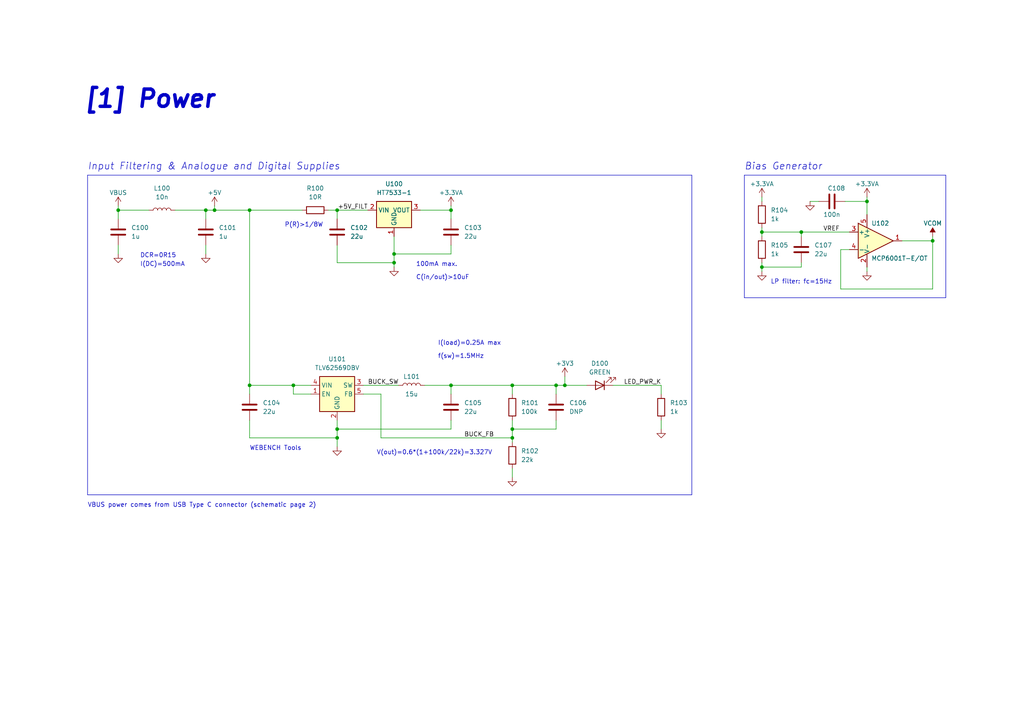
<source format=kicad_sch>
(kicad_sch (version 20250114) (generator "eeschema") (generator_version "9.0")
  (paper "A4")
  (title_block (title "Mixed-Signal Demo PCB") (rev "0.1"))
  (lib_symbols
    (symbol "Amplifier_Operational:MCP6001-OT" (pin_names (offset 0.127))
      (property "Reference" "U" (at -1.27 6.35 0))
      (property "Value" "MCP6001-OT" (at -1.27 3.81 0))
      (symbol "MCP6001-OT_0_1"
        (polyline (pts (xy -5.08 5.08) (xy 5.08 0) (xy -5.08 -5.08) (xy -5.08 5.08)) (stroke (width 0.254)) (fill (type background)))
        (pin power_in line (at -2.54 7.62 270) (length 3.81) (name "V+") (number "5"))
        (pin power_in line (at -2.54 -7.62 90) (length 3.81) (name "V-") (number "2"))
      )
      (symbol "MCP6001-OT_1_1"
        (pin input line (at -7.62 2.54 0) (length 2.54) (name "+") (number "3"))
        (pin input line (at -7.62 -2.54 0) (length 2.54) (name "-") (number "4"))
        (pin output line (at 7.62 0 180) (length 2.54) (name "~") (number "1"))
      )
    )
    (symbol "Device:C" (pin_numbers (hide yes)) (pin_names (offset 0.254))
      (property "Reference" "C" (at 0.635 2.54 0))
      (property "Value" "C" (at 0.635 -2.54 0))
      (symbol "C_0_1"
        (polyline (pts (xy -2.032 0.762) (xy 2.032 0.762)) (stroke (width 0.508)))
        (polyline (pts (xy -2.032 -0.762) (xy 2.032 -0.762)) (stroke (width 0.508)))
      )
      (symbol "C_1_1"
        (pin passive line (at 0 3.81 270) (length 2.794) (name "~") (number "1"))
        (pin passive line (at 0 -3.81 90) (length 2.794) (name "~") (number "2"))
      )
    )
    (symbol "Device:L" (pin_numbers (hide yes)) (pin_names (offset 1.016) (hide yes))
      (property "Reference" "L" (at -1.27 0 90))
      (property "Value" "L" (at 1.905 0 90))
      (symbol "L_0_1"
        (arc (start 0 2.54) (mid 0.6323 1.905) (end 0 1.27))
        (arc (start 0 1.27) (mid 0.6323 0.635) (end 0 0))
        (arc (start 0 0) (mid 0.6323 -0.635) (end 0 -1.27))
        (arc (start 0 -1.27) (mid 0.6323 -1.905) (end 0 -2.54))
      )
      (symbol "L_1_1"
        (pin passive line (at 0 3.81 270) (length 1.27) (name "1") (number "1"))
        (pin passive line (at 0 -3.81 90) (length 1.27) (name "2") (number "2"))
      )
    )
    (symbol "Device:LED" (pin_numbers (hide yes)) (pin_names (offset 1.016) (hide yes))
      (property "Reference" "D" (at 0 2.54 0))
      (property "Value" "LED" (at 0 -2.54 0))
      (symbol "LED_0_1"
        (polyline (pts (xy -3.048 -0.762) (xy -4.572 -2.286) (xy -3.81 -2.286) (xy -4.572 -2.286) (xy -4.572 -1.524)))
        (polyline (pts (xy -1.778 -0.762) (xy -3.302 -2.286) (xy -2.54 -2.286) (xy -3.302 -2.286) (xy -3.302 -1.524)))
        (polyline (pts (xy -1.27 0) (xy 1.27 0)))
        (polyline (pts (xy -1.27 -1.27) (xy -1.27 1.27)) (stroke (width 0.254)))
        (polyline (pts (xy 1.27 -1.27) (xy 1.27 1.27) (xy -1.27 0) (xy 1.27 -1.27)) (stroke (width 0.254)))
      )
      (symbol "LED_1_1"
        (pin passive line (at -3.81 0 0) (length 2.54) (name "K") (number "1"))
        (pin passive line (at 3.81 0 180) (length 2.54) (name "A") (number "2"))
      )
    )
    (symbol "Device:R" (pin_numbers (hide yes)) (pin_names (offset 0))
      (property "Reference" "R" (at 2.032 0 90))
      (property "Value" "R" (at 0 0 90))
      (symbol "R_0_1"
        (rectangle (start -1.016 -2.54) (end 1.016 2.54) (stroke (width 0.254)))
      )
      (symbol "R_1_1"
        (pin passive line (at 0 3.81 270) (length 1.27) (name "~") (number "1"))
        (pin passive line (at 0 -3.81 90) (length 1.27) (name "~") (number "2"))
      )
    )
    (symbol "Regulator_Linear:HT75xx-1-SOT89"
      (property "Reference" "U" (at -5.08 -3.81 0))
      (property "Value" "HT75xx-1-SOT89" (at 0 6.35 0))
      (symbol "HT75xx-1-SOT89_0_1"
        (rectangle (start -5.08 5.08) (end 5.08 -2.54) (stroke (width 0.254)) (fill (type background)))
      )
      (symbol "HT75xx-1-SOT89_1_1"
        (pin power_in line (at -7.62 2.54 0) (length 2.54) (name "VIN") (number "2"))
        (pin power_in line (at 0 -5.08 90) (length 2.54) (name "GND") (number "1"))
        (pin power_out line (at 7.62 2.54 180) (length 2.54) (name "VOUT") (number "3"))
      )
    )
    (symbol "Regulator_Switching:TLV62569DBV"
      (property "Reference" "U" (at -5.08 6.35 0))
      (property "Value" "TLV62569DBV" (at 0 6.35 0))
      (symbol "TLV62569DBV_0_1"
        (rectangle (start -5.08 5.08) (end 5.08 -5.08) (stroke (width 0.254)) (fill (type background)))
      )
      (symbol "TLV62569DBV_1_1"
        (pin power_in line (at -7.62 2.54 0) (length 2.54) (name "VIN") (number "4"))
        (pin input line (at -7.62 0 0) (length 2.54) (name "EN") (number "1"))
        (pin power_in line (at 0 -7.62 90) (length 2.54) (name "GND") (number "2"))
        (pin power_out line (at 7.62 2.54 180) (length 2.54) (name "SW") (number "3"))
        (pin input line (at 7.62 0 180) (length 2.54) (name "FB") (number "5"))
      )
    )
    (symbol "power:+3.3VA" (power) (pin_names (offset 0))
      (property "Value" "+3.3VA" (at 0 3.556 0))
      (symbol "+3.3VA_0_1"
        (polyline (pts (xy -0.762 1.27) (xy 0 2.54)))
        (polyline (pts (xy 0 2.54) (xy 0.762 1.27)))
        (polyline (pts (xy 0 0) (xy 0 2.54)))
      )
      (symbol "+3.3VA_1_1"
        (pin power_in line (at 0 0 90) (length 0) (hide yes) (name "+3.3VA") (number "1"))
      )
    )
    (symbol "power:+3V3" (power) (pin_names (offset 0))
      (property "Value" "+3V3" (at 0 3.556 0))
      (symbol "+3V3_0_1"
        (polyline (pts (xy -0.762 1.27) (xy 0 2.54)))
        (polyline (pts (xy 0 2.54) (xy 0.762 1.27)))
        (polyline (pts (xy 0 0) (xy 0 2.54)))
      )
      (symbol "+3V3_1_1"
        (pin power_in line (at 0 0 90) (length 0) (hide yes) (name "+3V3") (number "1"))
      )
    )
    (symbol "power:+5V" (power) (pin_names (offset 0))
      (property "Value" "+5V" (at 0 3.556 0))
      (symbol "+5V_0_1"
        (polyline (pts (xy -0.762 1.27) (xy 0 2.54)))
        (polyline (pts (xy 0 2.54) (xy 0.762 1.27)))
        (polyline (pts (xy 0 0) (xy 0 2.54)))
      )
      (symbol "+5V_1_1"
        (pin power_in line (at 0 0 90) (length 0) (hide yes) (name "+5V") (number "1"))
      )
    )
    (symbol "power:GND" (power) (pin_names (offset 0))
      (property "Value" "GND" (at 0 -3.81 0))
      (symbol "GND_0_1"
        (polyline (pts (xy 0 0) (xy 0 -1.27) (xy 1.27 -1.27) (xy 0 -2.54) (xy -1.27 -1.27) (xy 0 -1.27)))
      )
      (symbol "GND_1_1"
        (pin power_in line (at 0 0 270) (length 0) (hide yes) (name "GND") (number "1"))
      )
    )
    (symbol "power:VBUS" (power) (pin_names (offset 0))
      (property "Value" "VBUS" (at 0 3.81 0))
      (symbol "VBUS_0_1"
        (polyline (pts (xy -0.762 1.27) (xy 0 2.54)))
        (polyline (pts (xy 0 2.54) (xy 0.762 1.27)))
        (polyline (pts (xy 0 0) (xy 0 2.54)))
      )
      (symbol "VBUS_1_1"
        (pin power_in line (at 0 0 90) (length 0) (hide yes) (name "VBUS") (number "1"))
      )
    )
    (symbol "power:VCOM" (power) (pin_names (offset 0))
      (property "Value" "VCOM" (at 0 3.81 0))
      (symbol "VCOM_0_1"
        (polyline (pts (xy 0 0) (xy 0 2.54)))
        (polyline (pts (xy 0.762 1.27) (xy -0.762 1.27) (xy 0 2.54) (xy 0.762 1.27)) (fill (type outline)))
      )
      (symbol "VCOM_1_1"
        (pin power_in line (at 0 0 90) (length 0) (hide yes) (name "VCOM") (number "1"))
      )
    )
  )
  (text "DCR=0R15" (at 40.64 74.93 0) (effects (font (size 1.27 1.27)) (justify left bottom)))
  (text "C(in/out)>10uF" (at 120.65 81.28 0) (effects (font (size 1.27 1.27)) (justify left bottom)))
  (text "V(out)=0.6*(1+100k/22k)=3.327V" (at 109.22 132.08 0) (effects (font (size 1.27 1.27)) (justify left bottom)))
  (text "I(DC)=500mA" (at 40.64 77.47 0) (effects (font (size 1.27 1.27)) (justify left bottom)))
  (text "Bias Generator" (at 215.9 49.53 0) (effects (font (size 2.0066 2.0066) (italic yes)) (justify left bottom)))
  (text "LP filter: fc=15Hz" (at 223.52 82.55 0) (effects (font (size 1.27 1.27)) (justify left bottom)))
  (text "100mA max." (at 120.65 77.47 0) (effects (font (size 1.27 1.27)) (justify left bottom)))
  (text "f(sw)=1.5MHz" (at 127 104.14 0) (effects (font (size 1.27 1.27)) (justify left bottom)))
  (text "VBUS power comes from USB Type C connector (schematic page 2)" (at 25.4 147.32 0) (effects (font (size 1.27 1.27)) (justify left bottom)))
  (text "P(R)>1/8W" (at 82.55 66.04 0) (effects (font (size 1.27 1.27)) (justify left bottom)))
  (text "I(load)=0.25A max" (at 127 100.33 0) (effects (font (size 1.27 1.27)) (justify left bottom)))
  (text "Input Filtering & Analogue and Digital Supplies" (at 25.4 49.53 0) (effects (font (size 2.0066 2.0066) (italic yes)) (justify left bottom)))
  (text "[1] Power" (at 24.13 31.75 0) (effects (font (size 5.0038 5.0038) (thickness 1.0008) (bold yes) (italic yes)) (justify left bottom)))
  (text "WEBENCH Tools" (at 72.39 130.81 0) (effects (font (size 1.27 1.27)) (justify left bottom)))
  (junction (at 114.3 73.66))
  (junction (at 72.39 111.76))
  (junction (at 148.59 111.76))
  (junction (at 148.59 127))
  (junction (at 270.51 69.85))
  (junction (at 148.59 124.46))
  (junction (at 232.41 67.31))
  (junction (at 85.09 111.76))
  (junction (at 34.29 60.96))
  (junction (at 130.81 60.96))
  (junction (at 97.79 127))
  (junction (at 97.79 124.46))
  (junction (at 251.46 58.42))
  (junction (at 163.83 111.76))
  (junction (at 114.3 76.2))
  (junction (at 130.81 111.76))
  (junction (at 220.98 67.31))
  (junction (at 72.39 60.96))
  (junction (at 161.29 111.76))
  (junction (at 220.98 77.47))
  (junction (at 97.79 60.96))
  (junction (at 59.69 60.96))
  (junction (at 62.23 60.96))
  (wire (pts (xy 232.41 68.58) (xy 232.41 67.31)))
  (wire (pts (xy 270.51 69.85) (xy 261.62 69.85)))
  (wire (pts (xy 97.79 129.54) (xy 97.79 127)))
  (wire (pts (xy 72.39 111.76) (xy 85.09 111.76)))
  (wire (pts (xy 245.11 58.42) (xy 251.46 58.42)))
  (polyline (pts (xy 215.9 86.36) (xy 274.32 86.36)))
  (wire (pts (xy 232.41 77.47) (xy 220.98 77.47)))
  (polyline (pts (xy 200.66 50.8) (xy 25.4 50.8)))
  (wire (pts (xy 59.69 73.66) (xy 59.69 71.12)))
  (polyline (pts (xy 215.9 50.8) (xy 274.32 50.8)))
  (wire (pts (xy 220.98 78.74) (xy 220.98 77.47)))
  (wire (pts (xy 177.8 111.76) (xy 191.77 111.76)))
  (polyline (pts (xy 200.66 143.51) (xy 200.66 50.8)))
  (wire (pts (xy 148.59 124.46) (xy 148.59 127)))
  (wire (pts (xy 72.39 114.3) (xy 72.39 111.76)))
  (wire (pts (xy 234.95 58.42) (xy 237.49 58.42)))
  (wire (pts (xy 232.41 76.2) (xy 232.41 77.47)))
  (wire (pts (xy 148.59 127) (xy 110.49 127)))
  (wire (pts (xy 97.79 127) (xy 97.79 124.46)))
  (wire (pts (xy 95.25 60.96) (xy 97.79 60.96)))
  (wire (pts (xy 72.39 111.76) (xy 72.39 60.96)))
  (wire (pts (xy 251.46 58.42) (xy 251.46 62.23)))
  (polyline (pts (xy 25.4 50.8) (xy 25.4 143.51)))
  (wire (pts (xy 106.68 60.96) (xy 97.79 60.96)))
  (wire (pts (xy 114.3 73.66) (xy 114.3 76.2)))
  (wire (pts (xy 110.49 127) (xy 110.49 114.3)))
  (wire (pts (xy 130.81 124.46) (xy 97.79 124.46)))
  (wire (pts (xy 130.81 111.76) (xy 130.81 114.3)))
  (wire (pts (xy 34.29 60.96) (xy 34.29 63.5)))
  (wire (pts (xy 163.83 109.22) (xy 163.83 111.76)))
  (wire (pts (xy 59.69 63.5) (xy 59.69 60.96)))
  (wire (pts (xy 191.77 114.3) (xy 191.77 111.76)))
  (wire (pts (xy 72.39 127) (xy 72.39 121.92)))
  (wire (pts (xy 148.59 114.3) (xy 148.59 111.76)))
  (wire (pts (xy 114.3 76.2) (xy 97.79 76.2)))
  (wire (pts (xy 243.84 83.82) (xy 270.51 83.82)))
  (wire (pts (xy 34.29 60.96) (xy 43.18 60.96)))
  (wire (pts (xy 148.59 138.43) (xy 148.59 135.89)))
  (wire (pts (xy 232.41 67.31) (xy 246.38 67.31)))
  (wire (pts (xy 246.38 72.39) (xy 243.84 72.39)))
  (wire (pts (xy 62.23 60.96) (xy 59.69 60.96)))
  (wire (pts (xy 220.98 67.31) (xy 232.41 67.31)))
  (wire (pts (xy 270.51 68.58) (xy 270.51 69.85)))
  (wire (pts (xy 97.79 60.96) (xy 97.79 63.5)))
  (wire (pts (xy 130.81 121.92) (xy 130.81 124.46)))
  (wire (pts (xy 34.29 59.69) (xy 34.29 60.96)))
  (wire (pts (xy 123.19 111.76) (xy 130.81 111.76)))
  (wire (pts (xy 97.79 71.12) (xy 97.79 76.2)))
  (wire (pts (xy 148.59 111.76) (xy 161.29 111.76)))
  (wire (pts (xy 85.09 114.3) (xy 90.17 114.3)))
  (wire (pts (xy 121.92 60.96) (xy 130.81 60.96)))
  (wire (pts (xy 85.09 114.3) (xy 85.09 111.76)))
  (polyline (pts (xy 215.9 50.8) (xy 215.9 86.36)))
  (wire (pts (xy 130.81 73.66) (xy 130.81 71.12)))
  (wire (pts (xy 220.98 77.47) (xy 220.98 76.2)))
  (wire (pts (xy 170.18 111.76) (xy 163.83 111.76)))
  (wire (pts (xy 115.57 111.76) (xy 105.41 111.76)))
  (polyline (pts (xy 274.32 86.36) (xy 274.32 50.8)))
  (polyline (pts (xy 25.4 143.51) (xy 200.66 143.51)))
  (wire (pts (xy 270.51 69.85) (xy 270.51 83.82)))
  (wire (pts (xy 148.59 127) (xy 148.59 128.27)))
  (wire (pts (xy 161.29 121.92) (xy 161.29 124.46)))
  (wire (pts (xy 220.98 68.58) (xy 220.98 67.31)))
  (wire (pts (xy 114.3 73.66) (xy 130.81 73.66)))
  (wire (pts (xy 97.79 124.46) (xy 97.79 121.92)))
  (wire (pts (xy 105.41 114.3) (xy 110.49 114.3)))
  (wire (pts (xy 251.46 58.42) (xy 251.46 57.15)))
  (wire (pts (xy 87.63 60.96) (xy 72.39 60.96)))
  (wire (pts (xy 220.98 66.04) (xy 220.98 67.31)))
  (wire (pts (xy 114.3 68.58) (xy 114.3 73.66)))
  (wire (pts (xy 97.79 127) (xy 72.39 127)))
  (wire (pts (xy 220.98 57.15) (xy 220.98 58.42)))
  (wire (pts (xy 163.83 111.76) (xy 161.29 111.76)))
  (wire (pts (xy 148.59 121.92) (xy 148.59 124.46)))
  (wire (pts (xy 62.23 59.69) (xy 62.23 60.96)))
  (wire (pts (xy 50.8 60.96) (xy 59.69 60.96)))
  (wire (pts (xy 161.29 111.76) (xy 161.29 114.3)))
  (wire (pts (xy 34.29 73.66) (xy 34.29 71.12)))
  (wire (pts (xy 148.59 124.46) (xy 161.29 124.46)))
  (wire (pts (xy 191.77 124.46) (xy 191.77 121.92)))
  (wire (pts (xy 85.09 111.76) (xy 90.17 111.76)))
  (wire (pts (xy 243.84 72.39) (xy 243.84 83.82)))
  (wire (pts (xy 130.81 63.5) (xy 130.81 60.96)))
  (wire (pts (xy 251.46 78.74) (xy 251.46 77.47)))
  (wire (pts (xy 72.39 60.96) (xy 62.23 60.96)))
  (wire (pts (xy 114.3 76.2) (xy 114.3 77.47)))
  (wire (pts (xy 148.59 111.76) (xy 130.81 111.76)))
  (wire (pts (xy 130.81 59.69) (xy 130.81 60.96)))
  (label "+5V_FILT" (at 106.68 60.96 180))
  (label "VREF" (at 238.76 67.31 0))
  (label "LED_PWR_K" (at 191.77 111.76 180))
  (label "BUCK_SW" (at 106.68 111.76 0))
  (label "BUCK_FB" (at 134.62 127 0))
  (symbol (lib_id "power:GND") (at 114.3 77.47 0) (unit 1)
    (property "Reference" "#PWR010" (effects (hide yes)))
    (property "Value" "GND" (effects (hide yes)))
  )
  (symbol (lib_id "power:VCOM") (at 270.51 68.58 0) (unit 1)
    (property "Reference" "#PWR07" (effects (hide yes)))
    (property "Value" "VCOM" (at 270.51 64.77 0))
  )
  (symbol (lib_id "power:+3V3") (at 163.83 109.22 0) (unit 1)
    (property "Reference" "#PWR013" (effects (hide yes)))
    (property "Value" "+3V3" (at 163.83 105.41 0))
  )
  (symbol (lib_id "power:+5V") (at 62.23 59.69 0) (unit 1)
    (property "Reference" "#PWR05" (effects (hide yes)))
    (property "Value" "+5V" (at 62.23 55.88 0))
  )
  (symbol (lib_id "power:+3.3VA") (at 130.81 59.69 0) (unit 1)
    (property "Reference" "#PWR06" (effects (hide yes)))
    (property "Value" "+3.3VA" (at 130.81 55.88 0))
  )
  (symbol (lib_id "Regulator_Linear:HT75xx-1-SOT89") (at 114.3 63.5 0) (unit 1)
    (property "Reference" "U100" (at 114.3 53.34 0))
    (property "Value" "HT7533-1" (at 114.3 55.88 0))
    (property "Footprint" "Package_TO_SOT_SMD:SOT-89-3" (effects (hide yes)))
    (property "Datasheet" "https://www.holtek.com/documents/10179/116711/HT75xx-1v250.pdf" (effects (hide yes)))
    (property "Manufacturer" "Holtek Semicon" (effects (hide yes)))
    (property "Manufacturer Part Number" "HT7533-1" (effects (hide yes)))
  )
  (symbol (lib_id "Device:C") (at 97.79 67.31 0) (unit 1)
    (property "Reference" "C102" (at 101.6 66.04 0) (effects (justify left)))
    (property "Value" "22u" (at 101.6 68.58 0) (effects (justify left)))
    (property "Footprint" "Capacitor_SMD:C_0805_2012Metric" (effects (hide yes)))
    (property "Manufacturer" "Samsung Electro-Mechanics" (effects (hide yes)))
    (property "Manufacturer Part Number" "CL21A226MAQNNNE" (effects (hide yes)))
  )
  (symbol (lib_id "Device:C") (at 130.81 67.31 0) (unit 1)
    (property "Reference" "C103" (at 134.62 66.04 0) (effects (justify left)))
    (property "Value" "22u" (at 134.62 68.58 0) (effects (justify left)))
    (property "Footprint" "Capacitor_SMD:C_0805_2012Metric" (effects (hide yes)))
    (property "Manufacturer" "Samsung Electro-Mechanics" (effects (hide yes)))
    (property "Manufacturer Part Number" "CL21A226MAQNNNE" (effects (hide yes)))
  )
  (symbol (lib_id "power:VBUS") (at 34.29 59.69 0) (unit 1)
    (property "Reference" "#PWR04" (effects (hide yes)))
    (property "Value" "VBUS" (at 34.29 55.88 0))
  )
  (symbol (lib_id "Device:C") (at 34.29 67.31 0) (mirror y) (unit 1)
    (property "Reference" "C100" (at 43.18 66.04 0) (effects (justify left)))
    (property "Value" "1u" (at 40.64 68.58 0) (effects (justify left)))
    (property "Footprint" "Capacitor_SMD:C_0603_1608Metric" (effects (hide yes)))
    (property "Manufacturer" "Samsung Electro-Mechanics" (effects (hide yes)))
    (property "Manufacturer Part Number" "CL10A105KB8NNNC" (effects (hide yes)))
  )
  (symbol (lib_id "Device:C") (at 59.69 67.31 0) (mirror y) (unit 1)
    (property "Reference" "C101" (at 68.58 66.04 0) (effects (justify left)))
    (property "Value" "1u" (at 66.04 68.58 0) (effects (justify left)))
    (property "Footprint" "Capacitor_SMD:C_0603_1608Metric" (effects (hide yes)))
    (property "Manufacturer" "Samsung Electro-Mechanics" (effects (hide yes)))
    (property "Manufacturer Part Number" "CL10A105KB8NNNC" (effects (hide yes)))
  )
  (symbol (lib_id "power:GND") (at 34.29 73.66 0) (unit 1)
    (property "Reference" "#PWR08" (effects (hide yes)))
    (property "Value" "GND" (effects (hide yes)))
  )
  (symbol (lib_id "power:GND") (at 59.69 73.66 0) (unit 1)
    (property "Reference" "#PWR09" (effects (hide yes)))
    (property "Value" "GND" (effects (hide yes)))
  )
  (symbol (lib_id "Device:R") (at 91.44 60.96 270) (unit 1)
    (property "Reference" "R100" (at 91.44 54.61 90))
    (property "Value" "10R" (at 91.44 57.15 90))
    (property "Footprint" "Resistor_SMD:R_0805_2012Metric" (effects (hide yes)))
    (property "Manufacturer" "UNI-ROYAL(Uniroyal Elec)" (effects (hide yes)))
    (property "Manufacturer Part Number" "0805W8F100JT5E" (effects (hide yes)))
  )
  (symbol (lib_id "Amplifier_Operational:MCP6001-OT") (at 254 69.85 0) (unit 1)
    (property "Reference" "U102" (at 252.73 64.77 0) (effects (justify left)))
    (property "Value" "MCP6001T-E/OT" (at 252.73 74.93 0) (effects (justify left)))
    (property "Footprint" "Package_TO_SOT_SMD:SOT-23-5" (effects (hide yes)))
    (property "Datasheet" "http://ww1.microchip.com/downloads/en/DeviceDoc/21733j.pdf" (effects (hide yes)))
    (property "Manufacturer" "Microchip Tech" (effects (hide yes)))
    (property "Manufacturer Part Number" "MCP6001T-E/OT" (effects (hide yes)))
  )
  (symbol (lib_id "Device:C") (at 241.3 58.42 270) (unit 1)
    (property "Reference" "C108" (at 240.03 54.61 90) (effects (justify left)))
    (property "Value" "100n" (at 238.76 62.23 90) (effects (justify left)))
    (property "Footprint" "Capacitor_SMD:C_0402_1005Metric" (effects (hide yes)))
    (property "Manufacturer" "Samsung Electro-Mechanics" (effects (hide yes)))
    (property "Manufacturer Part Number" "CL05B104KO5NNNC" (effects (hide yes)))
  )
  (symbol (lib_id "power:GND") (at 251.46 78.74 0) (unit 1)
    (property "Reference" "#PWR012" (effects (hide yes)))
    (property "Value" "GND" (effects (hide yes)))
  )
  (symbol (lib_id "power:GND") (at 234.95 58.42 0) (unit 1)
    (property "Reference" "#PWR03" (effects (hide yes)))
    (property "Value" "GND" (effects (hide yes)))
  )
  (symbol (lib_id "power:+3.3VA") (at 251.46 57.15 0) (unit 1)
    (property "Reference" "#PWR02" (effects (hide yes)))
    (property "Value" "+3.3VA" (at 251.46 53.34 0))
  )
  (symbol (lib_id "power:+3.3VA") (at 220.98 57.15 0) (unit 1)
    (property "Reference" "#PWR01" (effects (hide yes)))
    (property "Value" "+3.3VA" (at 220.98 53.34 0))
  )
  (symbol (lib_id "Device:R") (at 220.98 62.23 180) (unit 1)
    (property "Reference" "R104" (at 223.52 60.96 0) (effects (justify right)))
    (property "Value" "1k" (at 223.52 63.5 0) (effects (justify right)))
    (property "Footprint" "Resistor_SMD:R_0402_1005Metric" (effects (hide yes)))
    (property "Manufacturer" "UNI-ROYAL(Uniroyal Elec)" (effects (hide yes)))
    (property "Manufacturer Part Number" "0402WGF1001TCE" (effects (hide yes)))
  )
  (symbol (lib_id "Device:R") (at 220.98 72.39 180) (unit 1)
    (property "Reference" "R105" (at 223.52 71.12 0) (effects (justify right)))
    (property "Value" "1k" (at 223.52 73.66 0) (effects (justify right)))
    (property "Footprint" "Resistor_SMD:R_0402_1005Metric" (effects (hide yes)))
    (property "Manufacturer" "UNI-ROYAL(Uniroyal Elec)" (effects (hide yes)))
    (property "Manufacturer Part Number" "0402WGF1001TCE" (effects (hide yes)))
  )
  (symbol (lib_id "Device:C") (at 232.41 72.39 0) (unit 1)
    (property "Reference" "C107" (at 236.22 71.12 0) (effects (justify left)))
    (property "Value" "22u" (at 236.22 73.66 0) (effects (justify left)))
    (property "Footprint" "Capacitor_SMD:C_0805_2012Metric" (effects (hide yes)))
    (property "Manufacturer" "Samsung Electro-Mechanics" (effects (hide yes)))
    (property "Manufacturer Part Number" "CL21A226MAQNNNE" (effects (hide yes)))
  )
  (symbol (lib_id "power:GND") (at 220.98 78.74 0) (unit 1)
    (property "Reference" "#PWR011" (effects (hide yes)))
    (property "Value" "GND" (effects (hide yes)))
  )
  (symbol (lib_id "Regulator_Switching:TLV62569DBV") (at 97.79 114.3 0) (unit 1)
    (property "Reference" "U101" (at 97.79 104.14 0))
    (property "Value" "TLV62569DBV" (at 97.79 106.68 0))
    (property "Footprint" "Package_TO_SOT_SMD:SOT-23-5" (effects (hide yes)))
    (property "Datasheet" "http://www.ti.com/lit/ds/symlink/tlv62569.pdf" (effects (hide yes)))
    (property "Manufacturer" "Texas Instruments" (effects (hide yes)))
    (property "Manufacturer Part Number" "TLV62569DBVR" (effects (hide yes)))
  )
  (symbol (lib_id "Device:L") (at 119.38 111.76 90) (unit 1)
    (property "Reference" "L101" (at 119.38 109.22 90))
    (property "Value" "15u" (at 119.38 114.3 90))
    (property "Footprint" "Inductor_SMD:L_Sunlord_MWSA0603S" (effects (hide yes)))
    (property "Manufacturer" "Sunlord" (effects (hide yes)))
    (property "Manufacturer Part Number" "MWSA0603S-150MT" (effects (hide yes)))
  )
  (symbol (lib_id "Device:C") (at 130.81 118.11 0) (unit 1)
    (property "Reference" "C105" (at 134.62 116.84 0) (effects (justify left)))
    (property "Value" "22u" (at 134.62 119.38 0) (effects (justify left)))
    (property "Footprint" "Capacitor_SMD:C_0805_2012Metric" (effects (hide yes)))
    (property "Manufacturer" "Samsung Electro-Mechanics" (effects (hide yes)))
    (property "Manufacturer Part Number" "CL21A226MAQNNNE" (effects (hide yes)))
  )
  (symbol (lib_id "Device:R") (at 148.59 118.11 180) (unit 1)
    (property "Reference" "R101" (at 151.13 116.84 0) (effects (justify right)))
    (property "Value" "100k" (at 151.13 119.38 0) (effects (justify right)))
    (property "Footprint" "Resistor_SMD:R_0402_1005Metric" (effects (hide yes)))
    (property "Manufacturer" "UNI-ROYAL(Uniroyal Elec)" (effects (hide yes)))
    (property "Manufacturer Part Number" "0402WGF1003TCE" (effects (hide yes)))
  )
  (symbol (lib_id "power:GND") (at 97.79 129.54 0) (unit 1)
    (property "Reference" "#PWR015" (effects (hide yes)))
    (property "Value" "GND" (effects (hide yes)))
  )
  (symbol (lib_id "Device:C") (at 72.39 118.11 0) (unit 1)
    (property "Reference" "C104" (at 76.2 116.84 0) (effects (justify left)))
    (property "Value" "22u" (at 76.2 119.38 0) (effects (justify left)))
    (property "Footprint" "Capacitor_SMD:C_0805_2012Metric" (effects (hide yes)))
    (property "Manufacturer" "Samsung Electro-Mechanics" (effects (hide yes)))
    (property "Manufacturer Part Number" "CL21A226MAQNNNE" (effects (hide yes)))
  )
  (symbol (lib_id "Device:R") (at 148.59 132.08 180) (unit 1)
    (property "Reference" "R102" (at 151.13 130.81 0) (effects (justify right)))
    (property "Value" "22k" (at 151.13 133.35 0) (effects (justify right)))
    (property "Footprint" "Resistor_SMD:R_0402_1005Metric" (effects (hide yes)))
    (property "Manufacturer" "UNI-ROYAL(Uniroyal Elec)" (effects (hide yes)))
    (property "Manufacturer Part Number" "0402WGF2202TCE" (effects (hide yes)))
  )
  (symbol (lib_id "Device:C") (at 161.29 118.11 0) (unit 1)
    (property "Reference" "C106" (at 165.1 116.84 0) (effects (justify left)))
    (property "Value" "DNP" (at 165.1 119.38 0) (effects (justify left)))
    (property "Footprint" "Capacitor_SMD:C_0402_1005Metric" (effects (hide yes)))
  )
  (symbol (lib_id "power:GND") (at 148.59 138.43 0) (unit 1)
    (property "Reference" "#PWR016" (effects (hide yes)))
    (property "Value" "GND" (effects (hide yes)))
  )
  (symbol (lib_id "Device:LED") (at 173.99 111.76 180) (unit 1)
    (property "Reference" "D100" (at 173.99 105.41 0))
    (property "Value" "GREEN" (at 173.99 107.95 0))
    (property "Footprint" "LED_SMD:LED_0603_1608Metric" (effects (hide yes)))
    (property "Manufacturer" "Everlight Elec" (effects (hide yes)))
    (property "Manufacturer Part Number" "19-217/GHC-YR1S2/3T" (effects (hide yes)))
  )
  (symbol (lib_id "Device:R") (at 191.77 118.11 180) (unit 1)
    (property "Reference" "R103" (at 194.31 116.84 0) (effects (justify right)))
    (property "Value" "1k" (at 194.31 119.38 0) (effects (justify right)))
    (property "Footprint" "Resistor_SMD:R_0402_1005Metric" (effects (hide yes)))
    (property "Manufacturer" "UNI-ROYAL(Uniroyal Elec)" (effects (hide yes)))
    (property "Manufacturer Part Number" "0402WGF1001TCE" (effects (hide yes)))
  )
  (symbol (lib_id "power:GND") (at 191.77 124.46 0) (unit 1)
    (property "Reference" "#PWR014" (effects (hide yes)))
    (property "Value" "GND" (effects (hide yes)))
  )
  (symbol (lib_id "Device:L") (at 46.99 60.96 90) (unit 1)
    (property "Reference" "L100" (at 46.99 54.61 90))
    (property "Value" "10n" (at 46.99 57.15 90))
    (property "Footprint" "Inductor_SMD:L_0402_1005Metric" (effects (hide yes)))
    (property "Manufacturer" "Sunlord" (effects (hide yes)))
    (property "Manufacturer Part Number" "SDCL1005C10NJTDF" (effects (hide yes)))
  )
)
</source>
